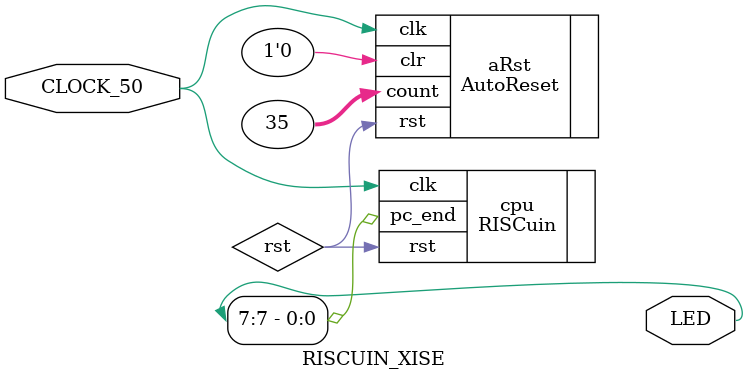
<source format=v>
module RISCUIN_XISE(
	input 		          		CLOCK_50,
	output		     [7:0]		LED
);

	wire rst;

	AutoReset aRst(.clk(CLOCK_50), .count(35), .rst(rst), .clr(1'b0)); 
   RISCuin cpu(.clk(CLOCK_50), .rst(rst), .pc_end(LED[7]));



endmodule

</source>
